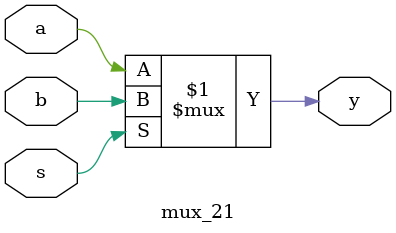
<source format=v>
`timescale 1ns / 1ps
module mux_21(a,b,s,y);
input a,b,s;
output y;
assign y=s?b:a;
endmodule

</source>
